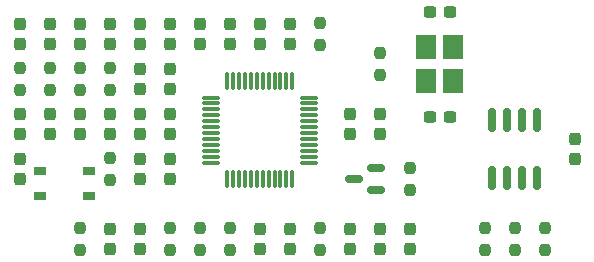
<source format=gbr>
%TF.GenerationSoftware,KiCad,Pcbnew,9.0.1*%
%TF.CreationDate,2025-05-22T01:20:04+01:00*%
%TF.ProjectId,ADAU1701-DSP,41444155-3137-4303-912d-4453502e6b69,rev?*%
%TF.SameCoordinates,Original*%
%TF.FileFunction,Paste,Top*%
%TF.FilePolarity,Positive*%
%FSLAX46Y46*%
G04 Gerber Fmt 4.6, Leading zero omitted, Abs format (unit mm)*
G04 Created by KiCad (PCBNEW 9.0.1) date 2025-05-22 01:20:04*
%MOMM*%
%LPD*%
G01*
G04 APERTURE LIST*
G04 Aperture macros list*
%AMRoundRect*
0 Rectangle with rounded corners*
0 $1 Rounding radius*
0 $2 $3 $4 $5 $6 $7 $8 $9 X,Y pos of 4 corners*
0 Add a 4 corners polygon primitive as box body*
4,1,4,$2,$3,$4,$5,$6,$7,$8,$9,$2,$3,0*
0 Add four circle primitives for the rounded corners*
1,1,$1+$1,$2,$3*
1,1,$1+$1,$4,$5*
1,1,$1+$1,$6,$7*
1,1,$1+$1,$8,$9*
0 Add four rect primitives between the rounded corners*
20,1,$1+$1,$2,$3,$4,$5,0*
20,1,$1+$1,$4,$5,$6,$7,0*
20,1,$1+$1,$6,$7,$8,$9,0*
20,1,$1+$1,$8,$9,$2,$3,0*%
G04 Aperture macros list end*
%ADD10RoundRect,0.237500X-0.237500X0.300000X-0.237500X-0.300000X0.237500X-0.300000X0.237500X0.300000X0*%
%ADD11RoundRect,0.237500X0.237500X-0.250000X0.237500X0.250000X-0.237500X0.250000X-0.237500X-0.250000X0*%
%ADD12RoundRect,0.237500X-0.237500X0.250000X-0.237500X-0.250000X0.237500X-0.250000X0.237500X0.250000X0*%
%ADD13RoundRect,0.150000X0.587500X0.150000X-0.587500X0.150000X-0.587500X-0.150000X0.587500X-0.150000X0*%
%ADD14RoundRect,0.237500X0.237500X-0.300000X0.237500X0.300000X-0.237500X0.300000X-0.237500X-0.300000X0*%
%ADD15R,1.800000X2.100000*%
%ADD16RoundRect,0.237500X-0.300000X-0.237500X0.300000X-0.237500X0.300000X0.237500X-0.300000X0.237500X0*%
%ADD17RoundRect,0.150000X-0.150000X0.825000X-0.150000X-0.825000X0.150000X-0.825000X0.150000X0.825000X0*%
%ADD18RoundRect,0.075000X0.075000X-0.662500X0.075000X0.662500X-0.075000X0.662500X-0.075000X-0.662500X0*%
%ADD19RoundRect,0.075000X0.662500X-0.075000X0.662500X0.075000X-0.662500X0.075000X-0.662500X-0.075000X0*%
%ADD20R,1.050000X0.650000*%
G04 APERTURE END LIST*
D10*
%TO.C,C7*%
X165100000Y-131265000D03*
X165100000Y-129540000D03*
%TD*%
%TO.C,C8*%
X162560000Y-131265000D03*
X162560000Y-129540000D03*
%TD*%
D11*
%TO.C,R4*%
X160020000Y-129490000D03*
X160020000Y-131315000D03*
%TD*%
D12*
%TO.C,R3*%
X167640000Y-131315000D03*
X167640000Y-129490000D03*
%TD*%
%TO.C,R8*%
X170180000Y-131315000D03*
X170180000Y-129490000D03*
%TD*%
D10*
%TO.C,C1*%
X177800000Y-131265000D03*
X177800000Y-129540000D03*
%TD*%
D12*
%TO.C,R1*%
X180340000Y-131315000D03*
X180340000Y-129490000D03*
%TD*%
D11*
%TO.C,R5*%
X172720000Y-129490000D03*
X172720000Y-131315000D03*
%TD*%
D10*
%TO.C,C9*%
X175260000Y-131265000D03*
X175260000Y-129540000D03*
%TD*%
%TO.C,C21*%
X187960000Y-131265000D03*
X187960000Y-129540000D03*
%TD*%
%TO.C,C23*%
X182880000Y-131265000D03*
X182880000Y-129540000D03*
%TD*%
%TO.C,C22*%
X185420000Y-131265000D03*
X185420000Y-129540000D03*
%TD*%
D13*
%TO.C,Q1*%
X183212500Y-125322500D03*
X185087500Y-124372500D03*
X185087500Y-126272500D03*
%TD*%
D12*
%TO.C,R7*%
X187960000Y-126235000D03*
X187960000Y-124410000D03*
%TD*%
D14*
%TO.C,C2*%
X165100000Y-125322500D03*
X165100000Y-123597500D03*
%TD*%
%TO.C,C26*%
X154940000Y-113892500D03*
X154940000Y-112167500D03*
%TD*%
D10*
%TO.C,C24*%
X154940000Y-119787500D03*
X154940000Y-121512500D03*
%TD*%
%TO.C,C20*%
X165100000Y-119787500D03*
X165100000Y-121512500D03*
%TD*%
D14*
%TO.C,C32*%
X154940000Y-125322500D03*
X154940000Y-123597500D03*
%TD*%
D15*
%TO.C,Y1*%
X191650000Y-117020000D03*
X191650000Y-114120000D03*
X189350000Y-114120000D03*
X189350000Y-117020000D03*
%TD*%
D10*
%TO.C,C18*%
X172720000Y-112167500D03*
X172720000Y-113892500D03*
%TD*%
D11*
%TO.C,R16*%
X199390000Y-131315000D03*
X199390000Y-129490000D03*
%TD*%
D12*
%TO.C,R2*%
X180340000Y-112117500D03*
X180340000Y-113942500D03*
%TD*%
D16*
%TO.C,C17*%
X189637500Y-111127500D03*
X191362500Y-111127500D03*
%TD*%
D11*
%TO.C,R12*%
X157480000Y-117752500D03*
X157480000Y-115927500D03*
%TD*%
D14*
%TO.C,C27*%
X160020000Y-113892500D03*
X160020000Y-112167500D03*
%TD*%
D12*
%TO.C,R11*%
X162560000Y-123547500D03*
X162560000Y-125372500D03*
%TD*%
D14*
%TO.C,C30*%
X157480000Y-113892500D03*
X157480000Y-112167500D03*
%TD*%
D10*
%TO.C,C16*%
X170180000Y-112167500D03*
X170180000Y-113892500D03*
%TD*%
D14*
%TO.C,C31*%
X162560000Y-113892500D03*
X162560000Y-112167500D03*
%TD*%
D10*
%TO.C,C28*%
X157480000Y-119787500D03*
X157480000Y-121512500D03*
%TD*%
D14*
%TO.C,C13*%
X167640000Y-117702500D03*
X167640000Y-115977500D03*
%TD*%
D10*
%TO.C,C25*%
X160020000Y-119787500D03*
X160020000Y-121512500D03*
%TD*%
D17*
%TO.C,U2*%
X198755000Y-120307500D03*
X197485000Y-120307500D03*
X196215000Y-120307500D03*
X194945000Y-120307500D03*
X194945000Y-125257500D03*
X196215000Y-125257500D03*
X197485000Y-125257500D03*
X198755000Y-125257500D03*
%TD*%
D10*
%TO.C,C19*%
X167640000Y-119787500D03*
X167640000Y-121512500D03*
%TD*%
D14*
%TO.C,C33*%
X201930000Y-123645000D03*
X201930000Y-121920000D03*
%TD*%
D11*
%TO.C,R13*%
X162560000Y-117752500D03*
X162560000Y-115927500D03*
%TD*%
D10*
%TO.C,C5*%
X165100000Y-112167500D03*
X165100000Y-113892500D03*
%TD*%
D18*
%TO.C,U1*%
X172510000Y-125320500D03*
X173010000Y-125320500D03*
X173510000Y-125320500D03*
X174010000Y-125320500D03*
X174510000Y-125320500D03*
X175010000Y-125320500D03*
X175510000Y-125320500D03*
X176010000Y-125320500D03*
X176510000Y-125320500D03*
X177010000Y-125320500D03*
X177510000Y-125320500D03*
X178010000Y-125320500D03*
D19*
X179422500Y-123908000D03*
X179422500Y-123408000D03*
X179422500Y-122908000D03*
X179422500Y-122408000D03*
X179422500Y-121908000D03*
X179422500Y-121408000D03*
X179422500Y-120908000D03*
X179422500Y-120408000D03*
X179422500Y-119908000D03*
X179422500Y-119408000D03*
X179422500Y-118908000D03*
X179422500Y-118408000D03*
D18*
X178010000Y-116995500D03*
X177510000Y-116995500D03*
X177010000Y-116995500D03*
X176510000Y-116995500D03*
X176010000Y-116995500D03*
X175510000Y-116995500D03*
X175010000Y-116995500D03*
X174510000Y-116995500D03*
X174010000Y-116995500D03*
X173510000Y-116995500D03*
X173010000Y-116995500D03*
X172510000Y-116995500D03*
D19*
X171097500Y-118408000D03*
X171097500Y-118908000D03*
X171097500Y-119408000D03*
X171097500Y-119908000D03*
X171097500Y-120408000D03*
X171097500Y-120908000D03*
X171097500Y-121408000D03*
X171097500Y-121908000D03*
X171097500Y-122408000D03*
X171097500Y-122908000D03*
X171097500Y-123408000D03*
X171097500Y-123908000D03*
%TD*%
D10*
%TO.C,C11*%
X167640000Y-112167500D03*
X167640000Y-113892500D03*
%TD*%
D11*
%TO.C,R10*%
X160020000Y-117752500D03*
X160020000Y-115927500D03*
%TD*%
%TO.C,R9*%
X154940000Y-117752500D03*
X154940000Y-115927500D03*
%TD*%
D14*
%TO.C,C15*%
X182880000Y-121512500D03*
X182880000Y-119787500D03*
%TD*%
D11*
%TO.C,R6*%
X185420000Y-116482500D03*
X185420000Y-114657500D03*
%TD*%
D20*
%TO.C,SW1*%
X156675000Y-124605000D03*
X160825000Y-124605000D03*
X156675000Y-126755000D03*
X160825000Y-126755000D03*
%TD*%
D11*
%TO.C,R15*%
X196850000Y-131315000D03*
X196850000Y-129490000D03*
%TD*%
D14*
%TO.C,C3*%
X167640000Y-125322500D03*
X167640000Y-123597500D03*
%TD*%
%TO.C,C14*%
X165100000Y-117702500D03*
X165100000Y-115977500D03*
%TD*%
D11*
%TO.C,R14*%
X194310000Y-131315000D03*
X194310000Y-129490000D03*
%TD*%
D14*
%TO.C,C6*%
X177800000Y-113892500D03*
X177800000Y-112167500D03*
%TD*%
D16*
%TO.C,C12*%
X189637500Y-120017500D03*
X191362500Y-120017500D03*
%TD*%
D14*
%TO.C,C10*%
X185420000Y-121512500D03*
X185420000Y-119787500D03*
%TD*%
D10*
%TO.C,C29*%
X162560000Y-119787500D03*
X162560000Y-121512500D03*
%TD*%
D14*
%TO.C,C4*%
X175260000Y-113892500D03*
X175260000Y-112167500D03*
%TD*%
M02*

</source>
